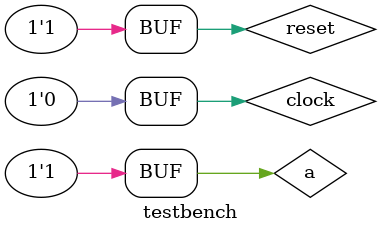
<source format=v>
module testbench();

reg a;
reg reset;
reg clock;
wire b1;
wire c1;
wire b2;
wire c2;

circuit1 DUT1(.a(a), .nReset(reset), .clock(clock), .b(b1), .c(c1));
circuit2 DUT2(.a(a), .nReset(reset), .clock(clock), .b(b2), .c(c2));

initial begin
	clock = 0;
	repeat (26) begin
		#20 clock = ~clock;
	end
end
	
initial begin	
	a = 0;
	reset = 1;
	#20;
	
	a = 0;
	reset = 1;
	#20;

	
	a = 0;
	reset = 0;
	#20;
	
	a = 0;
	reset = 0;
	#20;
	
	
	a = 0;
	reset = 1;
	#20;
	
	a = 0;
	reset = 1;
	#20;
	
	a = 0;
	reset = 1;
	#20;
	
	a = 0;
	reset = 1;
	#20;
	
	a = 0;
	reset = 1;
	#20;
	
	a = 0;
	reset = 1;
	#20;
	
	a = 0;
	reset = 1;
	#20;
	
	a = 0;
	reset = 1;
	#20;
	
	a = 0;
	reset = 1;
	#20;
	
	a = 0;
	reset = 1;
	#20;
	
	
	a = 1;
	reset = 0;
	#20;
	
	a = 1;
	reset = 0;
	#20;
	
	
	a = 1;
	reset = 1;
	#20;
	
	a = 1;
	reset = 1;
	#20;
	
	a = 1;
	reset = 1;
	#20;
	
	a = 1;
	reset = 1;
	#20;
	
	a = 1;
	reset = 1;
	#20;
	
	a = 1;
	reset = 1;
	#20;
	
	a = 1;
	reset = 1;
	#20;
	
	a = 1;
	reset = 1;
	#20;
	
	a = 1;
	reset = 1;
	#20;
	
	a = 1;
	reset = 1;
	#20;
end

endmodule
</source>
